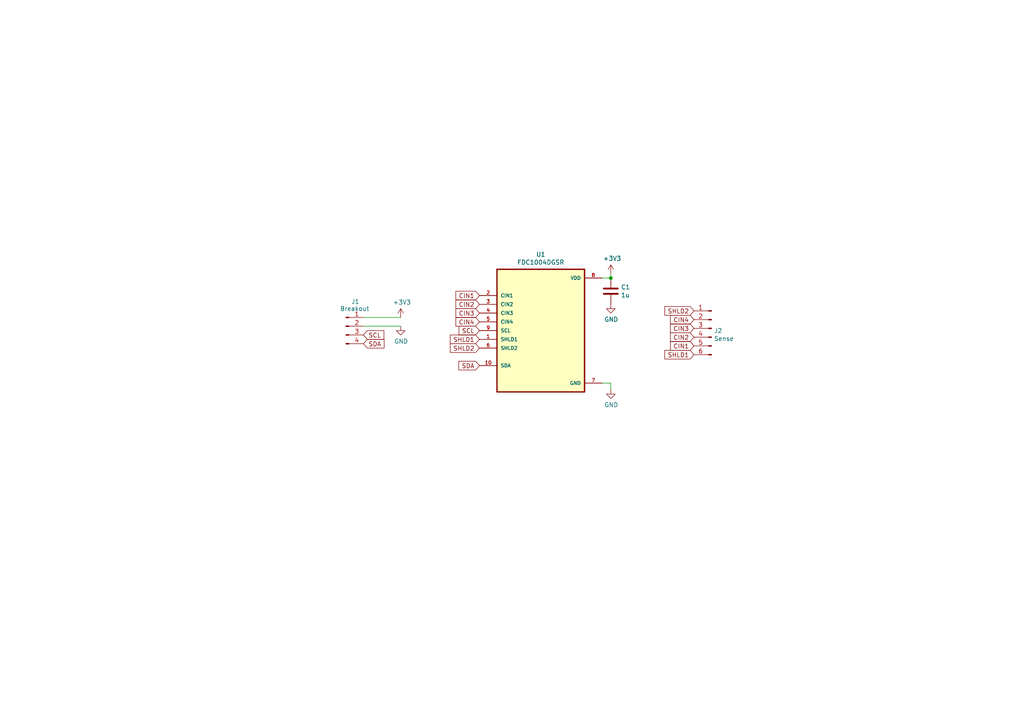
<source format=kicad_sch>
(kicad_sch (version 20211123) (generator eeschema)
  (paper "A4")
  (lib_symbols
    (symbol "Connector:Conn_01x04_Male" (pin_names (offset 1.016) hide)
      (property "Reference" "J" (at 0 5.08 0))
      (property "Value" "Conn_01x04_Male" (at 0 -7.62 0))
      (symbol "Conn_01x04_Male_1_1"
        (polyline (pts (xy 1.27 -5.08) (xy 0.8636 -5.08)) (stroke (width 0.1524)))
        (polyline (pts (xy 1.27 -2.54) (xy 0.8636 -2.54)) (stroke (width 0.1524)))
        (polyline (pts (xy 1.27 0) (xy 0.8636 0)) (stroke (width 0.1524)))
        (polyline (pts (xy 1.27 2.54) (xy 0.8636 2.54)) (stroke (width 0.1524)))
        (rectangle (start 0.8636 -4.953) (end 0 -5.207) (stroke (width 0.1524)) (fill (type outline)))
        (rectangle (start 0.8636 -2.413) (end 0 -2.667) (stroke (width 0.1524)) (fill (type outline)))
        (rectangle (start 0.8636 0.127) (end 0 -0.127) (stroke (width 0.1524)) (fill (type outline)))
        (rectangle (start 0.8636 2.667) (end 0 2.413) (stroke (width 0.1524)) (fill (type outline)))
        (pin passive line (at 5.08 2.54 180) (length 3.81) (name "Pin_1") (number "1"))
        (pin passive line (at 5.08 0 180) (length 3.81) (name "Pin_2") (number "2"))
        (pin passive line (at 5.08 -2.54 180) (length 3.81) (name "Pin_3") (number "3"))
        (pin passive line (at 5.08 -5.08 180) (length 3.81) (name "Pin_4") (number "4"))
      )
    )
    (symbol "Connector:Conn_01x06_Male" (pin_names (offset 1.016) hide)
      (property "Reference" "J" (at 0 7.62 0))
      (property "Value" "Conn_01x06_Male" (at 0 -10.16 0))
      (symbol "Conn_01x06_Male_1_1"
        (polyline (pts (xy 1.27 -7.62) (xy 0.8636 -7.62)) (stroke (width 0.1524)))
        (polyline (pts (xy 1.27 -5.08) (xy 0.8636 -5.08)) (stroke (width 0.1524)))
        (polyline (pts (xy 1.27 -2.54) (xy 0.8636 -2.54)) (stroke (width 0.1524)))
        (polyline (pts (xy 1.27 0) (xy 0.8636 0)) (stroke (width 0.1524)))
        (polyline (pts (xy 1.27 2.54) (xy 0.8636 2.54)) (stroke (width 0.1524)))
        (polyline (pts (xy 1.27 5.08) (xy 0.8636 5.08)) (stroke (width 0.1524)))
        (rectangle (start 0.8636 -7.493) (end 0 -7.747) (stroke (width 0.1524)) (fill (type outline)))
        (rectangle (start 0.8636 -4.953) (end 0 -5.207) (stroke (width 0.1524)) (fill (type outline)))
        (rectangle (start 0.8636 -2.413) (end 0 -2.667) (stroke (width 0.1524)) (fill (type outline)))
        (rectangle (start 0.8636 0.127) (end 0 -0.127) (stroke (width 0.1524)) (fill (type outline)))
        (rectangle (start 0.8636 2.667) (end 0 2.413) (stroke (width 0.1524)) (fill (type outline)))
        (rectangle (start 0.8636 5.207) (end 0 4.953) (stroke (width 0.1524)) (fill (type outline)))
        (pin passive line (at 5.08 5.08 180) (length 3.81) (name "Pin_1") (number "1"))
        (pin passive line (at 5.08 2.54 180) (length 3.81) (name "Pin_2") (number "2"))
        (pin passive line (at 5.08 0 180) (length 3.81) (name "Pin_3") (number "3"))
        (pin passive line (at 5.08 -2.54 180) (length 3.81) (name "Pin_4") (number "4"))
        (pin passive line (at 5.08 -5.08 180) (length 3.81) (name "Pin_5") (number "5"))
        (pin passive line (at 5.08 -7.62 180) (length 3.81) (name "Pin_6") (number "6"))
      )
    )
    (symbol "Device:C" (pin_numbers hide) (pin_names (offset 0.254))
      (property "Reference" "C" (at 0.635 2.54 0))
      (property "Value" "C" (at 0.635 -2.54 0))
      (symbol "C_0_1"
        (polyline (pts (xy -2.032 -0.762) (xy 2.032 -0.762)) (stroke (width 0.508)))
        (polyline (pts (xy -2.032 0.762) (xy 2.032 0.762)) (stroke (width 0.508)))
      )
      (symbol "C_1_1"
        (pin passive line (at 0 3.81 270) (length 2.794) (name "~") (number "1"))
        (pin passive line (at 0 -3.81 90) (length 2.794) (name "~") (number "2"))
      )
    )
    (symbol "FDC1004Q-Breakout-rescue:FDC1004DGSR-FDC1004DGSR" (pin_names (offset 1.016))
      (property "Reference" "U" (at -12.7 18.7706 0))
      (property "Value" "FDC1004Q-Breakout-rescue_FDC1004DGSR-FDC1004DGSR" (at -12.7 -21.7678 0))
      (symbol "FDC1004DGSR-FDC1004DGSR_0_0"
        (rectangle (start -12.7 -17.78) (end 12.7 17.78) (stroke (width 0.4064)) (fill (type background)))
        (pin input line (at -17.78 -2.54 0) (length 5.08) (name "SHLD1") (number "1"))
        (pin bidirectional line (at -17.78 -10.16 0) (length 5.08) (name "SDA") (number "10"))
        (pin input line (at -17.78 10.16 0) (length 5.08) (name "CIN1") (number "2"))
        (pin input line (at -17.78 7.62 0) (length 5.08) (name "CIN2") (number "3"))
        (pin input line (at -17.78 5.08 0) (length 5.08) (name "CIN3") (number "4"))
        (pin input line (at -17.78 2.54 0) (length 5.08) (name "CIN4") (number "5"))
        (pin input line (at -17.78 -5.08 0) (length 5.08) (name "SHLD2") (number "6"))
        (pin power_in line (at 17.78 -15.24 180) (length 5.08) (name "GND") (number "7"))
        (pin power_in line (at 17.78 15.24 180) (length 5.08) (name "VDD") (number "8"))
        (pin input line (at -17.78 0 0) (length 5.08) (name "SCL") (number "9"))
      )
    )
    (symbol "power:+3V3" (power) (pin_names (offset 0))
      (property "Value" "+3V3" (at 0 3.556 0))
      (symbol "+3V3_0_1"
        (polyline (pts (xy -0.762 1.27) (xy 0 2.54)))
        (polyline (pts (xy 0 0) (xy 0 2.54)))
        (polyline (pts (xy 0 2.54) (xy 0.762 1.27)))
      )
      (symbol "+3V3_1_1"
        (pin power_in line (at 0 0 90) (length 0) hide (name "+3V3") (number "1"))
      )
    )
    (symbol "power:GND" (power) (pin_names (offset 0))
      (property "Value" "GND" (at 0 -3.81 0))
      (symbol "GND_0_1"
        (polyline (pts (xy 0 0) (xy 0 -1.27) (xy 1.27 -1.27) (xy 0 -2.54) (xy -1.27 -1.27) (xy 0 -1.27)))
      )
      (symbol "GND_1_1"
        (pin power_in line (at 0 0 270) (length 0) hide (name "GND") (number "1"))
      )
    )
  )
  (junction (at 177.165 80.645))
  (wire (pts (xy 116.205 94.615) (xy 105.41 94.615)))
  (wire (pts (xy 174.625 111.125) (xy 177.165 111.125)))
  (wire (pts (xy 177.165 80.645) (xy 177.165 79.375)))
  (wire (pts (xy 105.41 92.075) (xy 116.205 92.075)))
  (wire (pts (xy 174.625 80.645) (xy 177.165 80.645)))
  (wire (pts (xy 177.165 111.125) (xy 177.165 113.03)))
  (global_label "SHLD2" (shape input) (at 139.065 100.965 180) (property "Intersheet References" "${INTERSHEET_REFS}" (effects hide)))
  (global_label "CIN2" (shape input) (at 201.295 97.79 180) (property "Intersheet References" "${INTERSHEET_REFS}" (effects hide)))
  (global_label "SHLD1" (shape input) (at 139.065 98.425 180) (property "Intersheet References" "${INTERSHEET_REFS}" (effects hide)))
  (global_label "SHLD1" (shape input) (at 201.295 102.87 180) (property "Intersheet References" "${INTERSHEET_REFS}" (effects hide)))
  (global_label "SDA" (shape input) (at 139.065 106.045 180) (property "Intersheet References" "${INTERSHEET_REFS}" (effects hide)))
  (global_label "CIN1" (shape input) (at 201.295 100.33 180) (property "Intersheet References" "${INTERSHEET_REFS}" (effects hide)))
  (global_label "CIN4" (shape input) (at 201.295 92.71 180) (property "Intersheet References" "${INTERSHEET_REFS}" (effects hide)))
  (global_label "CIN3" (shape input) (at 139.065 90.805 180) (property "Intersheet References" "${INTERSHEET_REFS}" (effects hide)))
  (global_label "CIN2" (shape input) (at 139.065 88.265 180) (property "Intersheet References" "${INTERSHEET_REFS}" (effects hide)))
  (global_label "SCL" (shape input) (at 105.41 97.155 0) (property "Intersheet References" "${INTERSHEET_REFS}" (effects hide)))
  (global_label "CIN4" (shape input) (at 139.065 93.345 180) (property "Intersheet References" "${INTERSHEET_REFS}" (effects hide)))
  (global_label "SCL" (shape input) (at 139.065 95.885 180) (property "Intersheet References" "${INTERSHEET_REFS}" (effects hide)))
  (global_label "CIN3" (shape input) (at 201.295 95.25 180) (property "Intersheet References" "${INTERSHEET_REFS}" (effects hide)))
  (global_label "CIN1" (shape input) (at 139.065 85.725 180) (property "Intersheet References" "${INTERSHEET_REFS}" (effects hide)))
  (global_label "SDA" (shape input) (at 105.41 99.695 0) (property "Intersheet References" "${INTERSHEET_REFS}" (effects hide)))
  (global_label "SHLD2" (shape input) (at 201.295 90.17 180) (property "Intersheet References" "${INTERSHEET_REFS}" (effects hide)))
  (symbol (lib_id "FDC1004Q-Breakout-rescue:FDC1004DGSR-FDC1004DGSR") (at 156.845 95.885 0) (unit 1)
    (property "Reference" "U1" (at 156.845 73.787 0))
    (property "Value" "FDC1004DGSR" (at 156.845 76.0984 0))
    (property "Footprint" "FDC1004DGSR:SOP50P490X110-10N" (effects hide))
  )
  (symbol (lib_id "power:+3V3") (at 177.165 79.375 0) (unit 1)
    (property "Reference" "#PWR0101" (effects hide))
    (property "Value" "+3V3" (at 177.546 74.9808 0))
  )
  (symbol (lib_id "power:GND") (at 177.165 113.03 0) (unit 1)
    (property "Reference" "#PWR0102" (effects hide))
    (property "Value" "GND" (at 177.292 117.4242 0))
  )
  (symbol (lib_id "Connector:Conn_01x06_Male") (at 206.375 95.25 0) (mirror y) (unit 1)
    (property "Reference" "J2" (at 207.0862 95.9104 0) (effects (justify right)))
    (property "Value" "Sense" (at 207.0862 98.2218 0) (effects (justify right)))
    (property "Footprint" "Connector_PinHeader_2.00mm:PinHeader_1x06_P2.00mm_Vertical" (effects hide))
  )
  (symbol (lib_id "Connector:Conn_01x04_Male") (at 100.33 94.615 0) (unit 1)
    (property "Reference" "J1" (at 103.0732 87.4776 0))
    (property "Value" "Breakout" (at 102.87 89.535 0))
    (property "Footprint" "Connector_PinHeader_2.54mm:PinHeader_1x04_P2.54mm_Vertical" (effects hide))
  )
  (symbol (lib_id "Device:C") (at 177.165 84.455 0) (unit 1)
    (property "Reference" "C1" (at 180.086 83.2866 0) (effects (justify left)))
    (property "Value" "1u" (at 180.086 85.598 0) (effects (justify left)))
    (property "Footprint" "Capacitor_SMD:C_0603_1608Metric" (effects hide))
  )
  (symbol (lib_id "power:GND") (at 177.165 88.265 0) (unit 1)
    (property "Reference" "#PWR0103" (effects hide))
    (property "Value" "GND" (at 177.292 92.6592 0))
  )
  (symbol (lib_id "power:+3V3") (at 116.205 92.075 0) (unit 1)
    (property "Reference" "#PWR0104" (effects hide))
    (property "Value" "+3V3" (at 116.586 87.6808 0))
  )
  (symbol (lib_id "power:GND") (at 116.205 94.615 0) (unit 1)
    (property "Reference" "#PWR0105" (effects hide))
    (property "Value" "GND" (at 116.332 99.0092 0))
  )
)
</source>
